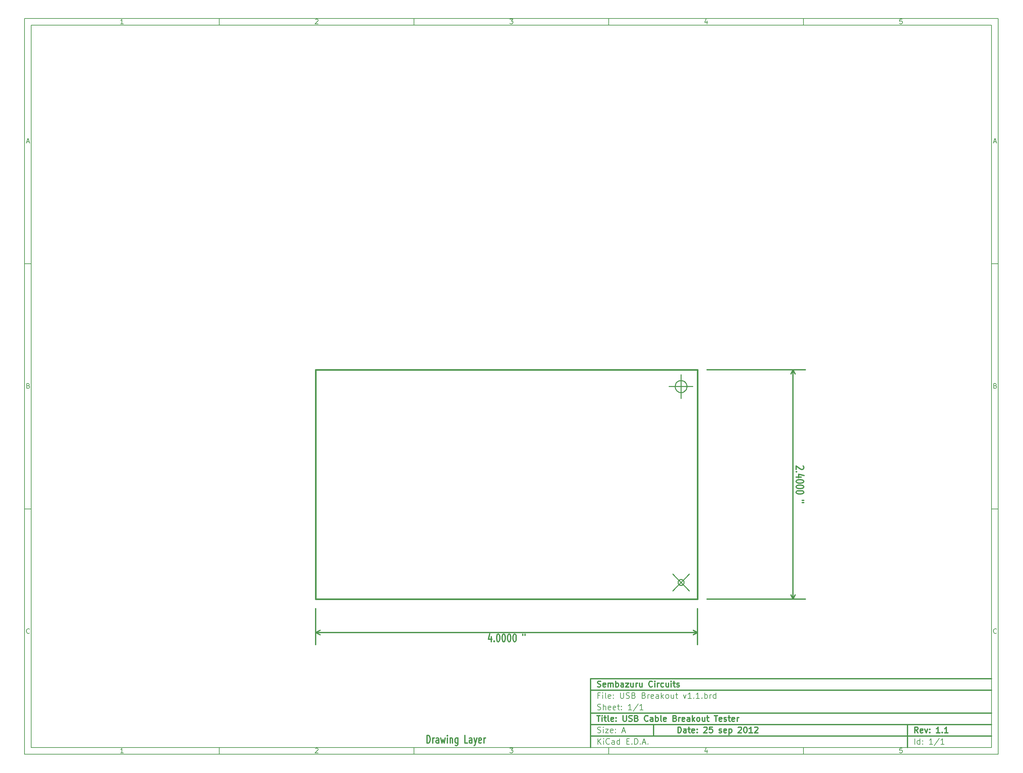
<source format=gbr>
G04 (created by PCBNEW-RS274X (2012-01-19 BZR 3256)-stable) date 25/09/2012 17:33:03*
G01*
G70*
G90*
%MOIN*%
G04 Gerber Fmt 3.4, Leading zero omitted, Abs format*
%FSLAX34Y34*%
G04 APERTURE LIST*
%ADD10C,0.006000*%
%ADD11C,0.012000*%
%ADD12C,0.010000*%
%ADD13C,0.015000*%
G04 APERTURE END LIST*
G54D10*
X-30500Y36750D02*
X71500Y36750D01*
X71500Y-40250D01*
X-30500Y-40250D01*
X-30500Y36750D01*
X-29800Y36050D02*
X70800Y36050D01*
X70800Y-39550D01*
X-29800Y-39550D01*
X-29800Y36050D01*
X-10100Y36750D02*
X-10100Y36050D01*
X-20157Y36198D02*
X-20443Y36198D01*
X-20300Y36198D02*
X-20300Y36698D01*
X-20348Y36626D01*
X-20395Y36579D01*
X-20443Y36555D01*
X-10100Y-40250D02*
X-10100Y-39550D01*
X-20157Y-40102D02*
X-20443Y-40102D01*
X-20300Y-40102D02*
X-20300Y-39602D01*
X-20348Y-39674D01*
X-20395Y-39721D01*
X-20443Y-39745D01*
X10300Y36750D02*
X10300Y36050D01*
X-00043Y36650D02*
X-00019Y36674D01*
X00029Y36698D01*
X00148Y36698D01*
X00195Y36674D01*
X00219Y36650D01*
X00243Y36602D01*
X00243Y36555D01*
X00219Y36483D01*
X-00067Y36198D01*
X00243Y36198D01*
X10300Y-40250D02*
X10300Y-39550D01*
X-00043Y-39650D02*
X-00019Y-39626D01*
X00029Y-39602D01*
X00148Y-39602D01*
X00195Y-39626D01*
X00219Y-39650D01*
X00243Y-39698D01*
X00243Y-39745D01*
X00219Y-39817D01*
X-00067Y-40102D01*
X00243Y-40102D01*
X30700Y36750D02*
X30700Y36050D01*
X20333Y36698D02*
X20643Y36698D01*
X20476Y36507D01*
X20548Y36507D01*
X20595Y36483D01*
X20619Y36460D01*
X20643Y36412D01*
X20643Y36293D01*
X20619Y36245D01*
X20595Y36221D01*
X20548Y36198D01*
X20405Y36198D01*
X20357Y36221D01*
X20333Y36245D01*
X30700Y-40250D02*
X30700Y-39550D01*
X20333Y-39602D02*
X20643Y-39602D01*
X20476Y-39793D01*
X20548Y-39793D01*
X20595Y-39817D01*
X20619Y-39840D01*
X20643Y-39888D01*
X20643Y-40007D01*
X20619Y-40055D01*
X20595Y-40079D01*
X20548Y-40102D01*
X20405Y-40102D01*
X20357Y-40079D01*
X20333Y-40055D01*
X51100Y36750D02*
X51100Y36050D01*
X40995Y36531D02*
X40995Y36198D01*
X40876Y36721D02*
X40757Y36364D01*
X41067Y36364D01*
X51100Y-40250D02*
X51100Y-39550D01*
X40995Y-39769D02*
X40995Y-40102D01*
X40876Y-39579D02*
X40757Y-39936D01*
X41067Y-39936D01*
X61419Y36698D02*
X61181Y36698D01*
X61157Y36460D01*
X61181Y36483D01*
X61229Y36507D01*
X61348Y36507D01*
X61395Y36483D01*
X61419Y36460D01*
X61443Y36412D01*
X61443Y36293D01*
X61419Y36245D01*
X61395Y36221D01*
X61348Y36198D01*
X61229Y36198D01*
X61181Y36221D01*
X61157Y36245D01*
X61419Y-39602D02*
X61181Y-39602D01*
X61157Y-39840D01*
X61181Y-39817D01*
X61229Y-39793D01*
X61348Y-39793D01*
X61395Y-39817D01*
X61419Y-39840D01*
X61443Y-39888D01*
X61443Y-40007D01*
X61419Y-40055D01*
X61395Y-40079D01*
X61348Y-40102D01*
X61229Y-40102D01*
X61181Y-40079D01*
X61157Y-40055D01*
X-30500Y11090D02*
X-29800Y11090D01*
X-30269Y23860D02*
X-30031Y23860D01*
X-30316Y23718D02*
X-30150Y24218D01*
X-29983Y23718D01*
X71500Y11090D02*
X70800Y11090D01*
X71031Y23860D02*
X71269Y23860D01*
X70984Y23718D02*
X71150Y24218D01*
X71317Y23718D01*
X-30500Y-14570D02*
X-29800Y-14570D01*
X-30114Y-01680D02*
X-30043Y-01704D01*
X-30019Y-01728D01*
X-29995Y-01776D01*
X-29995Y-01847D01*
X-30019Y-01895D01*
X-30043Y-01919D01*
X-30090Y-01942D01*
X-30281Y-01942D01*
X-30281Y-01442D01*
X-30114Y-01442D01*
X-30067Y-01466D01*
X-30043Y-01490D01*
X-30019Y-01538D01*
X-30019Y-01585D01*
X-30043Y-01633D01*
X-30067Y-01657D01*
X-30114Y-01680D01*
X-30281Y-01680D01*
X71500Y-14570D02*
X70800Y-14570D01*
X71186Y-01680D02*
X71257Y-01704D01*
X71281Y-01728D01*
X71305Y-01776D01*
X71305Y-01847D01*
X71281Y-01895D01*
X71257Y-01919D01*
X71210Y-01942D01*
X71019Y-01942D01*
X71019Y-01442D01*
X71186Y-01442D01*
X71233Y-01466D01*
X71257Y-01490D01*
X71281Y-01538D01*
X71281Y-01585D01*
X71257Y-01633D01*
X71233Y-01657D01*
X71186Y-01680D01*
X71019Y-01680D01*
X-29995Y-27555D02*
X-30019Y-27579D01*
X-30090Y-27602D01*
X-30138Y-27602D01*
X-30210Y-27579D01*
X-30257Y-27531D01*
X-30281Y-27483D01*
X-30305Y-27388D01*
X-30305Y-27317D01*
X-30281Y-27221D01*
X-30257Y-27174D01*
X-30210Y-27126D01*
X-30138Y-27102D01*
X-30090Y-27102D01*
X-30019Y-27126D01*
X-29995Y-27150D01*
X71305Y-27555D02*
X71281Y-27579D01*
X71210Y-27602D01*
X71162Y-27602D01*
X71090Y-27579D01*
X71043Y-27531D01*
X71019Y-27483D01*
X70995Y-27388D01*
X70995Y-27317D01*
X71019Y-27221D01*
X71043Y-27174D01*
X71090Y-27126D01*
X71162Y-27102D01*
X71210Y-27102D01*
X71281Y-27126D01*
X71305Y-27150D01*
G54D11*
X37943Y-37993D02*
X37943Y-37393D01*
X38086Y-37393D01*
X38171Y-37421D01*
X38229Y-37479D01*
X38257Y-37536D01*
X38286Y-37650D01*
X38286Y-37736D01*
X38257Y-37850D01*
X38229Y-37907D01*
X38171Y-37964D01*
X38086Y-37993D01*
X37943Y-37993D01*
X38800Y-37993D02*
X38800Y-37679D01*
X38771Y-37621D01*
X38714Y-37593D01*
X38600Y-37593D01*
X38543Y-37621D01*
X38800Y-37964D02*
X38743Y-37993D01*
X38600Y-37993D01*
X38543Y-37964D01*
X38514Y-37907D01*
X38514Y-37850D01*
X38543Y-37793D01*
X38600Y-37764D01*
X38743Y-37764D01*
X38800Y-37736D01*
X39000Y-37593D02*
X39229Y-37593D01*
X39086Y-37393D02*
X39086Y-37907D01*
X39114Y-37964D01*
X39172Y-37993D01*
X39229Y-37993D01*
X39657Y-37964D02*
X39600Y-37993D01*
X39486Y-37993D01*
X39429Y-37964D01*
X39400Y-37907D01*
X39400Y-37679D01*
X39429Y-37621D01*
X39486Y-37593D01*
X39600Y-37593D01*
X39657Y-37621D01*
X39686Y-37679D01*
X39686Y-37736D01*
X39400Y-37793D01*
X39943Y-37936D02*
X39971Y-37964D01*
X39943Y-37993D01*
X39914Y-37964D01*
X39943Y-37936D01*
X39943Y-37993D01*
X39943Y-37621D02*
X39971Y-37650D01*
X39943Y-37679D01*
X39914Y-37650D01*
X39943Y-37621D01*
X39943Y-37679D01*
X40657Y-37450D02*
X40686Y-37421D01*
X40743Y-37393D01*
X40886Y-37393D01*
X40943Y-37421D01*
X40972Y-37450D01*
X41000Y-37507D01*
X41000Y-37564D01*
X40972Y-37650D01*
X40629Y-37993D01*
X41000Y-37993D01*
X41543Y-37393D02*
X41257Y-37393D01*
X41228Y-37679D01*
X41257Y-37650D01*
X41314Y-37621D01*
X41457Y-37621D01*
X41514Y-37650D01*
X41543Y-37679D01*
X41571Y-37736D01*
X41571Y-37879D01*
X41543Y-37936D01*
X41514Y-37964D01*
X41457Y-37993D01*
X41314Y-37993D01*
X41257Y-37964D01*
X41228Y-37936D01*
X42256Y-37964D02*
X42313Y-37993D01*
X42428Y-37993D01*
X42485Y-37964D01*
X42513Y-37907D01*
X42513Y-37879D01*
X42485Y-37821D01*
X42428Y-37793D01*
X42342Y-37793D01*
X42285Y-37764D01*
X42256Y-37707D01*
X42256Y-37679D01*
X42285Y-37621D01*
X42342Y-37593D01*
X42428Y-37593D01*
X42485Y-37621D01*
X42999Y-37964D02*
X42942Y-37993D01*
X42828Y-37993D01*
X42771Y-37964D01*
X42742Y-37907D01*
X42742Y-37679D01*
X42771Y-37621D01*
X42828Y-37593D01*
X42942Y-37593D01*
X42999Y-37621D01*
X43028Y-37679D01*
X43028Y-37736D01*
X42742Y-37793D01*
X43285Y-37593D02*
X43285Y-38193D01*
X43285Y-37621D02*
X43342Y-37593D01*
X43456Y-37593D01*
X43513Y-37621D01*
X43542Y-37650D01*
X43571Y-37707D01*
X43571Y-37879D01*
X43542Y-37936D01*
X43513Y-37964D01*
X43456Y-37993D01*
X43342Y-37993D01*
X43285Y-37964D01*
X44256Y-37450D02*
X44285Y-37421D01*
X44342Y-37393D01*
X44485Y-37393D01*
X44542Y-37421D01*
X44571Y-37450D01*
X44599Y-37507D01*
X44599Y-37564D01*
X44571Y-37650D01*
X44228Y-37993D01*
X44599Y-37993D01*
X44970Y-37393D02*
X45027Y-37393D01*
X45084Y-37421D01*
X45113Y-37450D01*
X45142Y-37507D01*
X45170Y-37621D01*
X45170Y-37764D01*
X45142Y-37879D01*
X45113Y-37936D01*
X45084Y-37964D01*
X45027Y-37993D01*
X44970Y-37993D01*
X44913Y-37964D01*
X44884Y-37936D01*
X44856Y-37879D01*
X44827Y-37764D01*
X44827Y-37621D01*
X44856Y-37507D01*
X44884Y-37450D01*
X44913Y-37421D01*
X44970Y-37393D01*
X45741Y-37993D02*
X45398Y-37993D01*
X45570Y-37993D02*
X45570Y-37393D01*
X45513Y-37479D01*
X45455Y-37536D01*
X45398Y-37564D01*
X45969Y-37450D02*
X45998Y-37421D01*
X46055Y-37393D01*
X46198Y-37393D01*
X46255Y-37421D01*
X46284Y-37450D01*
X46312Y-37507D01*
X46312Y-37564D01*
X46284Y-37650D01*
X45941Y-37993D01*
X46312Y-37993D01*
G54D10*
X29543Y-39193D02*
X29543Y-38593D01*
X29886Y-39193D02*
X29629Y-38850D01*
X29886Y-38593D02*
X29543Y-38936D01*
X30143Y-39193D02*
X30143Y-38793D01*
X30143Y-38593D02*
X30114Y-38621D01*
X30143Y-38650D01*
X30171Y-38621D01*
X30143Y-38593D01*
X30143Y-38650D01*
X30772Y-39136D02*
X30743Y-39164D01*
X30657Y-39193D01*
X30600Y-39193D01*
X30515Y-39164D01*
X30457Y-39107D01*
X30429Y-39050D01*
X30400Y-38936D01*
X30400Y-38850D01*
X30429Y-38736D01*
X30457Y-38679D01*
X30515Y-38621D01*
X30600Y-38593D01*
X30657Y-38593D01*
X30743Y-38621D01*
X30772Y-38650D01*
X31286Y-39193D02*
X31286Y-38879D01*
X31257Y-38821D01*
X31200Y-38793D01*
X31086Y-38793D01*
X31029Y-38821D01*
X31286Y-39164D02*
X31229Y-39193D01*
X31086Y-39193D01*
X31029Y-39164D01*
X31000Y-39107D01*
X31000Y-39050D01*
X31029Y-38993D01*
X31086Y-38964D01*
X31229Y-38964D01*
X31286Y-38936D01*
X31829Y-39193D02*
X31829Y-38593D01*
X31829Y-39164D02*
X31772Y-39193D01*
X31658Y-39193D01*
X31600Y-39164D01*
X31572Y-39136D01*
X31543Y-39079D01*
X31543Y-38907D01*
X31572Y-38850D01*
X31600Y-38821D01*
X31658Y-38793D01*
X31772Y-38793D01*
X31829Y-38821D01*
X32572Y-38879D02*
X32772Y-38879D01*
X32858Y-39193D02*
X32572Y-39193D01*
X32572Y-38593D01*
X32858Y-38593D01*
X33115Y-39136D02*
X33143Y-39164D01*
X33115Y-39193D01*
X33086Y-39164D01*
X33115Y-39136D01*
X33115Y-39193D01*
X33401Y-39193D02*
X33401Y-38593D01*
X33544Y-38593D01*
X33629Y-38621D01*
X33687Y-38679D01*
X33715Y-38736D01*
X33744Y-38850D01*
X33744Y-38936D01*
X33715Y-39050D01*
X33687Y-39107D01*
X33629Y-39164D01*
X33544Y-39193D01*
X33401Y-39193D01*
X34001Y-39136D02*
X34029Y-39164D01*
X34001Y-39193D01*
X33972Y-39164D01*
X34001Y-39136D01*
X34001Y-39193D01*
X34258Y-39021D02*
X34544Y-39021D01*
X34201Y-39193D02*
X34401Y-38593D01*
X34601Y-39193D01*
X34801Y-39136D02*
X34829Y-39164D01*
X34801Y-39193D01*
X34772Y-39164D01*
X34801Y-39136D01*
X34801Y-39193D01*
G54D11*
X63086Y-37993D02*
X62886Y-37707D01*
X62743Y-37993D02*
X62743Y-37393D01*
X62971Y-37393D01*
X63029Y-37421D01*
X63057Y-37450D01*
X63086Y-37507D01*
X63086Y-37593D01*
X63057Y-37650D01*
X63029Y-37679D01*
X62971Y-37707D01*
X62743Y-37707D01*
X63571Y-37964D02*
X63514Y-37993D01*
X63400Y-37993D01*
X63343Y-37964D01*
X63314Y-37907D01*
X63314Y-37679D01*
X63343Y-37621D01*
X63400Y-37593D01*
X63514Y-37593D01*
X63571Y-37621D01*
X63600Y-37679D01*
X63600Y-37736D01*
X63314Y-37793D01*
X63800Y-37593D02*
X63943Y-37993D01*
X64085Y-37593D01*
X64314Y-37936D02*
X64342Y-37964D01*
X64314Y-37993D01*
X64285Y-37964D01*
X64314Y-37936D01*
X64314Y-37993D01*
X64314Y-37621D02*
X64342Y-37650D01*
X64314Y-37679D01*
X64285Y-37650D01*
X64314Y-37621D01*
X64314Y-37679D01*
X65371Y-37993D02*
X65028Y-37993D01*
X65200Y-37993D02*
X65200Y-37393D01*
X65143Y-37479D01*
X65085Y-37536D01*
X65028Y-37564D01*
X65628Y-37936D02*
X65656Y-37964D01*
X65628Y-37993D01*
X65599Y-37964D01*
X65628Y-37936D01*
X65628Y-37993D01*
X66228Y-37993D02*
X65885Y-37993D01*
X66057Y-37993D02*
X66057Y-37393D01*
X66000Y-37479D01*
X65942Y-37536D01*
X65885Y-37564D01*
G54D10*
X29514Y-37964D02*
X29600Y-37993D01*
X29743Y-37993D01*
X29800Y-37964D01*
X29829Y-37936D01*
X29857Y-37879D01*
X29857Y-37821D01*
X29829Y-37764D01*
X29800Y-37736D01*
X29743Y-37707D01*
X29629Y-37679D01*
X29571Y-37650D01*
X29543Y-37621D01*
X29514Y-37564D01*
X29514Y-37507D01*
X29543Y-37450D01*
X29571Y-37421D01*
X29629Y-37393D01*
X29771Y-37393D01*
X29857Y-37421D01*
X30114Y-37993D02*
X30114Y-37593D01*
X30114Y-37393D02*
X30085Y-37421D01*
X30114Y-37450D01*
X30142Y-37421D01*
X30114Y-37393D01*
X30114Y-37450D01*
X30343Y-37593D02*
X30657Y-37593D01*
X30343Y-37993D01*
X30657Y-37993D01*
X31114Y-37964D02*
X31057Y-37993D01*
X30943Y-37993D01*
X30886Y-37964D01*
X30857Y-37907D01*
X30857Y-37679D01*
X30886Y-37621D01*
X30943Y-37593D01*
X31057Y-37593D01*
X31114Y-37621D01*
X31143Y-37679D01*
X31143Y-37736D01*
X30857Y-37793D01*
X31400Y-37936D02*
X31428Y-37964D01*
X31400Y-37993D01*
X31371Y-37964D01*
X31400Y-37936D01*
X31400Y-37993D01*
X31400Y-37621D02*
X31428Y-37650D01*
X31400Y-37679D01*
X31371Y-37650D01*
X31400Y-37621D01*
X31400Y-37679D01*
X32114Y-37821D02*
X32400Y-37821D01*
X32057Y-37993D02*
X32257Y-37393D01*
X32457Y-37993D01*
X62743Y-39193D02*
X62743Y-38593D01*
X63286Y-39193D02*
X63286Y-38593D01*
X63286Y-39164D02*
X63229Y-39193D01*
X63115Y-39193D01*
X63057Y-39164D01*
X63029Y-39136D01*
X63000Y-39079D01*
X63000Y-38907D01*
X63029Y-38850D01*
X63057Y-38821D01*
X63115Y-38793D01*
X63229Y-38793D01*
X63286Y-38821D01*
X63572Y-39136D02*
X63600Y-39164D01*
X63572Y-39193D01*
X63543Y-39164D01*
X63572Y-39136D01*
X63572Y-39193D01*
X63572Y-38821D02*
X63600Y-38850D01*
X63572Y-38879D01*
X63543Y-38850D01*
X63572Y-38821D01*
X63572Y-38879D01*
X64629Y-39193D02*
X64286Y-39193D01*
X64458Y-39193D02*
X64458Y-38593D01*
X64401Y-38679D01*
X64343Y-38736D01*
X64286Y-38764D01*
X65314Y-38564D02*
X64800Y-39336D01*
X65829Y-39193D02*
X65486Y-39193D01*
X65658Y-39193D02*
X65658Y-38593D01*
X65601Y-38679D01*
X65543Y-38736D01*
X65486Y-38764D01*
G54D11*
X29457Y-36193D02*
X29800Y-36193D01*
X29629Y-36793D02*
X29629Y-36193D01*
X30000Y-36793D02*
X30000Y-36393D01*
X30000Y-36193D02*
X29971Y-36221D01*
X30000Y-36250D01*
X30028Y-36221D01*
X30000Y-36193D01*
X30000Y-36250D01*
X30200Y-36393D02*
X30429Y-36393D01*
X30286Y-36193D02*
X30286Y-36707D01*
X30314Y-36764D01*
X30372Y-36793D01*
X30429Y-36793D01*
X30715Y-36793D02*
X30657Y-36764D01*
X30629Y-36707D01*
X30629Y-36193D01*
X31171Y-36764D02*
X31114Y-36793D01*
X31000Y-36793D01*
X30943Y-36764D01*
X30914Y-36707D01*
X30914Y-36479D01*
X30943Y-36421D01*
X31000Y-36393D01*
X31114Y-36393D01*
X31171Y-36421D01*
X31200Y-36479D01*
X31200Y-36536D01*
X30914Y-36593D01*
X31457Y-36736D02*
X31485Y-36764D01*
X31457Y-36793D01*
X31428Y-36764D01*
X31457Y-36736D01*
X31457Y-36793D01*
X31457Y-36421D02*
X31485Y-36450D01*
X31457Y-36479D01*
X31428Y-36450D01*
X31457Y-36421D01*
X31457Y-36479D01*
X32200Y-36193D02*
X32200Y-36679D01*
X32228Y-36736D01*
X32257Y-36764D01*
X32314Y-36793D01*
X32428Y-36793D01*
X32486Y-36764D01*
X32514Y-36736D01*
X32543Y-36679D01*
X32543Y-36193D01*
X32800Y-36764D02*
X32886Y-36793D01*
X33029Y-36793D01*
X33086Y-36764D01*
X33115Y-36736D01*
X33143Y-36679D01*
X33143Y-36621D01*
X33115Y-36564D01*
X33086Y-36536D01*
X33029Y-36507D01*
X32915Y-36479D01*
X32857Y-36450D01*
X32829Y-36421D01*
X32800Y-36364D01*
X32800Y-36307D01*
X32829Y-36250D01*
X32857Y-36221D01*
X32915Y-36193D01*
X33057Y-36193D01*
X33143Y-36221D01*
X33600Y-36479D02*
X33686Y-36507D01*
X33714Y-36536D01*
X33743Y-36593D01*
X33743Y-36679D01*
X33714Y-36736D01*
X33686Y-36764D01*
X33628Y-36793D01*
X33400Y-36793D01*
X33400Y-36193D01*
X33600Y-36193D01*
X33657Y-36221D01*
X33686Y-36250D01*
X33714Y-36307D01*
X33714Y-36364D01*
X33686Y-36421D01*
X33657Y-36450D01*
X33600Y-36479D01*
X33400Y-36479D01*
X34800Y-36736D02*
X34771Y-36764D01*
X34685Y-36793D01*
X34628Y-36793D01*
X34543Y-36764D01*
X34485Y-36707D01*
X34457Y-36650D01*
X34428Y-36536D01*
X34428Y-36450D01*
X34457Y-36336D01*
X34485Y-36279D01*
X34543Y-36221D01*
X34628Y-36193D01*
X34685Y-36193D01*
X34771Y-36221D01*
X34800Y-36250D01*
X35314Y-36793D02*
X35314Y-36479D01*
X35285Y-36421D01*
X35228Y-36393D01*
X35114Y-36393D01*
X35057Y-36421D01*
X35314Y-36764D02*
X35257Y-36793D01*
X35114Y-36793D01*
X35057Y-36764D01*
X35028Y-36707D01*
X35028Y-36650D01*
X35057Y-36593D01*
X35114Y-36564D01*
X35257Y-36564D01*
X35314Y-36536D01*
X35600Y-36793D02*
X35600Y-36193D01*
X35600Y-36421D02*
X35657Y-36393D01*
X35771Y-36393D01*
X35828Y-36421D01*
X35857Y-36450D01*
X35886Y-36507D01*
X35886Y-36679D01*
X35857Y-36736D01*
X35828Y-36764D01*
X35771Y-36793D01*
X35657Y-36793D01*
X35600Y-36764D01*
X36229Y-36793D02*
X36171Y-36764D01*
X36143Y-36707D01*
X36143Y-36193D01*
X36685Y-36764D02*
X36628Y-36793D01*
X36514Y-36793D01*
X36457Y-36764D01*
X36428Y-36707D01*
X36428Y-36479D01*
X36457Y-36421D01*
X36514Y-36393D01*
X36628Y-36393D01*
X36685Y-36421D01*
X36714Y-36479D01*
X36714Y-36536D01*
X36428Y-36593D01*
X37628Y-36479D02*
X37714Y-36507D01*
X37742Y-36536D01*
X37771Y-36593D01*
X37771Y-36679D01*
X37742Y-36736D01*
X37714Y-36764D01*
X37656Y-36793D01*
X37428Y-36793D01*
X37428Y-36193D01*
X37628Y-36193D01*
X37685Y-36221D01*
X37714Y-36250D01*
X37742Y-36307D01*
X37742Y-36364D01*
X37714Y-36421D01*
X37685Y-36450D01*
X37628Y-36479D01*
X37428Y-36479D01*
X38028Y-36793D02*
X38028Y-36393D01*
X38028Y-36507D02*
X38056Y-36450D01*
X38085Y-36421D01*
X38142Y-36393D01*
X38199Y-36393D01*
X38627Y-36764D02*
X38570Y-36793D01*
X38456Y-36793D01*
X38399Y-36764D01*
X38370Y-36707D01*
X38370Y-36479D01*
X38399Y-36421D01*
X38456Y-36393D01*
X38570Y-36393D01*
X38627Y-36421D01*
X38656Y-36479D01*
X38656Y-36536D01*
X38370Y-36593D01*
X39170Y-36793D02*
X39170Y-36479D01*
X39141Y-36421D01*
X39084Y-36393D01*
X38970Y-36393D01*
X38913Y-36421D01*
X39170Y-36764D02*
X39113Y-36793D01*
X38970Y-36793D01*
X38913Y-36764D01*
X38884Y-36707D01*
X38884Y-36650D01*
X38913Y-36593D01*
X38970Y-36564D01*
X39113Y-36564D01*
X39170Y-36536D01*
X39456Y-36793D02*
X39456Y-36193D01*
X39513Y-36564D02*
X39684Y-36793D01*
X39684Y-36393D02*
X39456Y-36621D01*
X40028Y-36793D02*
X39970Y-36764D01*
X39942Y-36736D01*
X39913Y-36679D01*
X39913Y-36507D01*
X39942Y-36450D01*
X39970Y-36421D01*
X40028Y-36393D01*
X40113Y-36393D01*
X40170Y-36421D01*
X40199Y-36450D01*
X40228Y-36507D01*
X40228Y-36679D01*
X40199Y-36736D01*
X40170Y-36764D01*
X40113Y-36793D01*
X40028Y-36793D01*
X40742Y-36393D02*
X40742Y-36793D01*
X40485Y-36393D02*
X40485Y-36707D01*
X40513Y-36764D01*
X40571Y-36793D01*
X40656Y-36793D01*
X40713Y-36764D01*
X40742Y-36736D01*
X40942Y-36393D02*
X41171Y-36393D01*
X41028Y-36193D02*
X41028Y-36707D01*
X41056Y-36764D01*
X41114Y-36793D01*
X41171Y-36793D01*
X41742Y-36193D02*
X42085Y-36193D01*
X41914Y-36793D02*
X41914Y-36193D01*
X42513Y-36764D02*
X42456Y-36793D01*
X42342Y-36793D01*
X42285Y-36764D01*
X42256Y-36707D01*
X42256Y-36479D01*
X42285Y-36421D01*
X42342Y-36393D01*
X42456Y-36393D01*
X42513Y-36421D01*
X42542Y-36479D01*
X42542Y-36536D01*
X42256Y-36593D01*
X42770Y-36764D02*
X42827Y-36793D01*
X42942Y-36793D01*
X42999Y-36764D01*
X43027Y-36707D01*
X43027Y-36679D01*
X42999Y-36621D01*
X42942Y-36593D01*
X42856Y-36593D01*
X42799Y-36564D01*
X42770Y-36507D01*
X42770Y-36479D01*
X42799Y-36421D01*
X42856Y-36393D01*
X42942Y-36393D01*
X42999Y-36421D01*
X43199Y-36393D02*
X43428Y-36393D01*
X43285Y-36193D02*
X43285Y-36707D01*
X43313Y-36764D01*
X43371Y-36793D01*
X43428Y-36793D01*
X43856Y-36764D02*
X43799Y-36793D01*
X43685Y-36793D01*
X43628Y-36764D01*
X43599Y-36707D01*
X43599Y-36479D01*
X43628Y-36421D01*
X43685Y-36393D01*
X43799Y-36393D01*
X43856Y-36421D01*
X43885Y-36479D01*
X43885Y-36536D01*
X43599Y-36593D01*
X44142Y-36793D02*
X44142Y-36393D01*
X44142Y-36507D02*
X44170Y-36450D01*
X44199Y-36421D01*
X44256Y-36393D01*
X44313Y-36393D01*
G54D10*
X29743Y-34079D02*
X29543Y-34079D01*
X29543Y-34393D02*
X29543Y-33793D01*
X29829Y-33793D01*
X30057Y-34393D02*
X30057Y-33993D01*
X30057Y-33793D02*
X30028Y-33821D01*
X30057Y-33850D01*
X30085Y-33821D01*
X30057Y-33793D01*
X30057Y-33850D01*
X30429Y-34393D02*
X30371Y-34364D01*
X30343Y-34307D01*
X30343Y-33793D01*
X30885Y-34364D02*
X30828Y-34393D01*
X30714Y-34393D01*
X30657Y-34364D01*
X30628Y-34307D01*
X30628Y-34079D01*
X30657Y-34021D01*
X30714Y-33993D01*
X30828Y-33993D01*
X30885Y-34021D01*
X30914Y-34079D01*
X30914Y-34136D01*
X30628Y-34193D01*
X31171Y-34336D02*
X31199Y-34364D01*
X31171Y-34393D01*
X31142Y-34364D01*
X31171Y-34336D01*
X31171Y-34393D01*
X31171Y-34021D02*
X31199Y-34050D01*
X31171Y-34079D01*
X31142Y-34050D01*
X31171Y-34021D01*
X31171Y-34079D01*
X31914Y-33793D02*
X31914Y-34279D01*
X31942Y-34336D01*
X31971Y-34364D01*
X32028Y-34393D01*
X32142Y-34393D01*
X32200Y-34364D01*
X32228Y-34336D01*
X32257Y-34279D01*
X32257Y-33793D01*
X32514Y-34364D02*
X32600Y-34393D01*
X32743Y-34393D01*
X32800Y-34364D01*
X32829Y-34336D01*
X32857Y-34279D01*
X32857Y-34221D01*
X32829Y-34164D01*
X32800Y-34136D01*
X32743Y-34107D01*
X32629Y-34079D01*
X32571Y-34050D01*
X32543Y-34021D01*
X32514Y-33964D01*
X32514Y-33907D01*
X32543Y-33850D01*
X32571Y-33821D01*
X32629Y-33793D01*
X32771Y-33793D01*
X32857Y-33821D01*
X33314Y-34079D02*
X33400Y-34107D01*
X33428Y-34136D01*
X33457Y-34193D01*
X33457Y-34279D01*
X33428Y-34336D01*
X33400Y-34364D01*
X33342Y-34393D01*
X33114Y-34393D01*
X33114Y-33793D01*
X33314Y-33793D01*
X33371Y-33821D01*
X33400Y-33850D01*
X33428Y-33907D01*
X33428Y-33964D01*
X33400Y-34021D01*
X33371Y-34050D01*
X33314Y-34079D01*
X33114Y-34079D01*
X34371Y-34079D02*
X34457Y-34107D01*
X34485Y-34136D01*
X34514Y-34193D01*
X34514Y-34279D01*
X34485Y-34336D01*
X34457Y-34364D01*
X34399Y-34393D01*
X34171Y-34393D01*
X34171Y-33793D01*
X34371Y-33793D01*
X34428Y-33821D01*
X34457Y-33850D01*
X34485Y-33907D01*
X34485Y-33964D01*
X34457Y-34021D01*
X34428Y-34050D01*
X34371Y-34079D01*
X34171Y-34079D01*
X34771Y-34393D02*
X34771Y-33993D01*
X34771Y-34107D02*
X34799Y-34050D01*
X34828Y-34021D01*
X34885Y-33993D01*
X34942Y-33993D01*
X35370Y-34364D02*
X35313Y-34393D01*
X35199Y-34393D01*
X35142Y-34364D01*
X35113Y-34307D01*
X35113Y-34079D01*
X35142Y-34021D01*
X35199Y-33993D01*
X35313Y-33993D01*
X35370Y-34021D01*
X35399Y-34079D01*
X35399Y-34136D01*
X35113Y-34193D01*
X35913Y-34393D02*
X35913Y-34079D01*
X35884Y-34021D01*
X35827Y-33993D01*
X35713Y-33993D01*
X35656Y-34021D01*
X35913Y-34364D02*
X35856Y-34393D01*
X35713Y-34393D01*
X35656Y-34364D01*
X35627Y-34307D01*
X35627Y-34250D01*
X35656Y-34193D01*
X35713Y-34164D01*
X35856Y-34164D01*
X35913Y-34136D01*
X36199Y-34393D02*
X36199Y-33793D01*
X36256Y-34164D02*
X36427Y-34393D01*
X36427Y-33993D02*
X36199Y-34221D01*
X36771Y-34393D02*
X36713Y-34364D01*
X36685Y-34336D01*
X36656Y-34279D01*
X36656Y-34107D01*
X36685Y-34050D01*
X36713Y-34021D01*
X36771Y-33993D01*
X36856Y-33993D01*
X36913Y-34021D01*
X36942Y-34050D01*
X36971Y-34107D01*
X36971Y-34279D01*
X36942Y-34336D01*
X36913Y-34364D01*
X36856Y-34393D01*
X36771Y-34393D01*
X37485Y-33993D02*
X37485Y-34393D01*
X37228Y-33993D02*
X37228Y-34307D01*
X37256Y-34364D01*
X37314Y-34393D01*
X37399Y-34393D01*
X37456Y-34364D01*
X37485Y-34336D01*
X37685Y-33993D02*
X37914Y-33993D01*
X37771Y-33793D02*
X37771Y-34307D01*
X37799Y-34364D01*
X37857Y-34393D01*
X37914Y-34393D01*
X38514Y-33993D02*
X38657Y-34393D01*
X38799Y-33993D01*
X39342Y-34393D02*
X38999Y-34393D01*
X39171Y-34393D02*
X39171Y-33793D01*
X39114Y-33879D01*
X39056Y-33936D01*
X38999Y-33964D01*
X39599Y-34336D02*
X39627Y-34364D01*
X39599Y-34393D01*
X39570Y-34364D01*
X39599Y-34336D01*
X39599Y-34393D01*
X40199Y-34393D02*
X39856Y-34393D01*
X40028Y-34393D02*
X40028Y-33793D01*
X39971Y-33879D01*
X39913Y-33936D01*
X39856Y-33964D01*
X40456Y-34336D02*
X40484Y-34364D01*
X40456Y-34393D01*
X40427Y-34364D01*
X40456Y-34336D01*
X40456Y-34393D01*
X40742Y-34393D02*
X40742Y-33793D01*
X40742Y-34021D02*
X40799Y-33993D01*
X40913Y-33993D01*
X40970Y-34021D01*
X40999Y-34050D01*
X41028Y-34107D01*
X41028Y-34279D01*
X40999Y-34336D01*
X40970Y-34364D01*
X40913Y-34393D01*
X40799Y-34393D01*
X40742Y-34364D01*
X41285Y-34393D02*
X41285Y-33993D01*
X41285Y-34107D02*
X41313Y-34050D01*
X41342Y-34021D01*
X41399Y-33993D01*
X41456Y-33993D01*
X41913Y-34393D02*
X41913Y-33793D01*
X41913Y-34364D02*
X41856Y-34393D01*
X41742Y-34393D01*
X41684Y-34364D01*
X41656Y-34336D01*
X41627Y-34279D01*
X41627Y-34107D01*
X41656Y-34050D01*
X41684Y-34021D01*
X41742Y-33993D01*
X41856Y-33993D01*
X41913Y-34021D01*
X29514Y-35564D02*
X29600Y-35593D01*
X29743Y-35593D01*
X29800Y-35564D01*
X29829Y-35536D01*
X29857Y-35479D01*
X29857Y-35421D01*
X29829Y-35364D01*
X29800Y-35336D01*
X29743Y-35307D01*
X29629Y-35279D01*
X29571Y-35250D01*
X29543Y-35221D01*
X29514Y-35164D01*
X29514Y-35107D01*
X29543Y-35050D01*
X29571Y-35021D01*
X29629Y-34993D01*
X29771Y-34993D01*
X29857Y-35021D01*
X30114Y-35593D02*
X30114Y-34993D01*
X30371Y-35593D02*
X30371Y-35279D01*
X30342Y-35221D01*
X30285Y-35193D01*
X30200Y-35193D01*
X30142Y-35221D01*
X30114Y-35250D01*
X30885Y-35564D02*
X30828Y-35593D01*
X30714Y-35593D01*
X30657Y-35564D01*
X30628Y-35507D01*
X30628Y-35279D01*
X30657Y-35221D01*
X30714Y-35193D01*
X30828Y-35193D01*
X30885Y-35221D01*
X30914Y-35279D01*
X30914Y-35336D01*
X30628Y-35393D01*
X31399Y-35564D02*
X31342Y-35593D01*
X31228Y-35593D01*
X31171Y-35564D01*
X31142Y-35507D01*
X31142Y-35279D01*
X31171Y-35221D01*
X31228Y-35193D01*
X31342Y-35193D01*
X31399Y-35221D01*
X31428Y-35279D01*
X31428Y-35336D01*
X31142Y-35393D01*
X31599Y-35193D02*
X31828Y-35193D01*
X31685Y-34993D02*
X31685Y-35507D01*
X31713Y-35564D01*
X31771Y-35593D01*
X31828Y-35593D01*
X32028Y-35536D02*
X32056Y-35564D01*
X32028Y-35593D01*
X31999Y-35564D01*
X32028Y-35536D01*
X32028Y-35593D01*
X32028Y-35221D02*
X32056Y-35250D01*
X32028Y-35279D01*
X31999Y-35250D01*
X32028Y-35221D01*
X32028Y-35279D01*
X33085Y-35593D02*
X32742Y-35593D01*
X32914Y-35593D02*
X32914Y-34993D01*
X32857Y-35079D01*
X32799Y-35136D01*
X32742Y-35164D01*
X33770Y-34964D02*
X33256Y-35736D01*
X34285Y-35593D02*
X33942Y-35593D01*
X34114Y-35593D02*
X34114Y-34993D01*
X34057Y-35079D01*
X33999Y-35136D01*
X33942Y-35164D01*
G54D11*
X29514Y-33164D02*
X29600Y-33193D01*
X29743Y-33193D01*
X29800Y-33164D01*
X29829Y-33136D01*
X29857Y-33079D01*
X29857Y-33021D01*
X29829Y-32964D01*
X29800Y-32936D01*
X29743Y-32907D01*
X29629Y-32879D01*
X29571Y-32850D01*
X29543Y-32821D01*
X29514Y-32764D01*
X29514Y-32707D01*
X29543Y-32650D01*
X29571Y-32621D01*
X29629Y-32593D01*
X29771Y-32593D01*
X29857Y-32621D01*
X30342Y-33164D02*
X30285Y-33193D01*
X30171Y-33193D01*
X30114Y-33164D01*
X30085Y-33107D01*
X30085Y-32879D01*
X30114Y-32821D01*
X30171Y-32793D01*
X30285Y-32793D01*
X30342Y-32821D01*
X30371Y-32879D01*
X30371Y-32936D01*
X30085Y-32993D01*
X30628Y-33193D02*
X30628Y-32793D01*
X30628Y-32850D02*
X30656Y-32821D01*
X30714Y-32793D01*
X30799Y-32793D01*
X30856Y-32821D01*
X30885Y-32879D01*
X30885Y-33193D01*
X30885Y-32879D02*
X30914Y-32821D01*
X30971Y-32793D01*
X31056Y-32793D01*
X31114Y-32821D01*
X31142Y-32879D01*
X31142Y-33193D01*
X31428Y-33193D02*
X31428Y-32593D01*
X31428Y-32821D02*
X31485Y-32793D01*
X31599Y-32793D01*
X31656Y-32821D01*
X31685Y-32850D01*
X31714Y-32907D01*
X31714Y-33079D01*
X31685Y-33136D01*
X31656Y-33164D01*
X31599Y-33193D01*
X31485Y-33193D01*
X31428Y-33164D01*
X32228Y-33193D02*
X32228Y-32879D01*
X32199Y-32821D01*
X32142Y-32793D01*
X32028Y-32793D01*
X31971Y-32821D01*
X32228Y-33164D02*
X32171Y-33193D01*
X32028Y-33193D01*
X31971Y-33164D01*
X31942Y-33107D01*
X31942Y-33050D01*
X31971Y-32993D01*
X32028Y-32964D01*
X32171Y-32964D01*
X32228Y-32936D01*
X32457Y-32793D02*
X32771Y-32793D01*
X32457Y-33193D01*
X32771Y-33193D01*
X33257Y-32793D02*
X33257Y-33193D01*
X33000Y-32793D02*
X33000Y-33107D01*
X33028Y-33164D01*
X33086Y-33193D01*
X33171Y-33193D01*
X33228Y-33164D01*
X33257Y-33136D01*
X33543Y-33193D02*
X33543Y-32793D01*
X33543Y-32907D02*
X33571Y-32850D01*
X33600Y-32821D01*
X33657Y-32793D01*
X33714Y-32793D01*
X34171Y-32793D02*
X34171Y-33193D01*
X33914Y-32793D02*
X33914Y-33107D01*
X33942Y-33164D01*
X34000Y-33193D01*
X34085Y-33193D01*
X34142Y-33164D01*
X34171Y-33136D01*
X35257Y-33136D02*
X35228Y-33164D01*
X35142Y-33193D01*
X35085Y-33193D01*
X35000Y-33164D01*
X34942Y-33107D01*
X34914Y-33050D01*
X34885Y-32936D01*
X34885Y-32850D01*
X34914Y-32736D01*
X34942Y-32679D01*
X35000Y-32621D01*
X35085Y-32593D01*
X35142Y-32593D01*
X35228Y-32621D01*
X35257Y-32650D01*
X35514Y-33193D02*
X35514Y-32793D01*
X35514Y-32593D02*
X35485Y-32621D01*
X35514Y-32650D01*
X35542Y-32621D01*
X35514Y-32593D01*
X35514Y-32650D01*
X35800Y-33193D02*
X35800Y-32793D01*
X35800Y-32907D02*
X35828Y-32850D01*
X35857Y-32821D01*
X35914Y-32793D01*
X35971Y-32793D01*
X36428Y-33164D02*
X36371Y-33193D01*
X36257Y-33193D01*
X36199Y-33164D01*
X36171Y-33136D01*
X36142Y-33079D01*
X36142Y-32907D01*
X36171Y-32850D01*
X36199Y-32821D01*
X36257Y-32793D01*
X36371Y-32793D01*
X36428Y-32821D01*
X36942Y-32793D02*
X36942Y-33193D01*
X36685Y-32793D02*
X36685Y-33107D01*
X36713Y-33164D01*
X36771Y-33193D01*
X36856Y-33193D01*
X36913Y-33164D01*
X36942Y-33136D01*
X37228Y-33193D02*
X37228Y-32793D01*
X37228Y-32593D02*
X37199Y-32621D01*
X37228Y-32650D01*
X37256Y-32621D01*
X37228Y-32593D01*
X37228Y-32650D01*
X37428Y-32793D02*
X37657Y-32793D01*
X37514Y-32593D02*
X37514Y-33107D01*
X37542Y-33164D01*
X37600Y-33193D01*
X37657Y-33193D01*
X37828Y-33164D02*
X37885Y-33193D01*
X38000Y-33193D01*
X38057Y-33164D01*
X38085Y-33107D01*
X38085Y-33079D01*
X38057Y-33021D01*
X38000Y-32993D01*
X37914Y-32993D01*
X37857Y-32964D01*
X37828Y-32907D01*
X37828Y-32879D01*
X37857Y-32821D01*
X37914Y-32793D01*
X38000Y-32793D01*
X38057Y-32821D01*
X28800Y-32350D02*
X28800Y-39550D01*
X28800Y-33550D02*
X70800Y-33550D01*
X28800Y-32350D02*
X70800Y-32350D01*
X28800Y-35950D02*
X70800Y-35950D01*
X62000Y-37150D02*
X62000Y-39550D01*
X28800Y-38350D02*
X70800Y-38350D01*
X28800Y-37150D02*
X70800Y-37150D01*
X35400Y-37150D02*
X35400Y-38350D01*
X11643Y-39074D02*
X11643Y-38274D01*
X11786Y-38274D01*
X11871Y-38312D01*
X11929Y-38388D01*
X11957Y-38464D01*
X11986Y-38617D01*
X11986Y-38731D01*
X11957Y-38883D01*
X11929Y-38960D01*
X11871Y-39036D01*
X11786Y-39074D01*
X11643Y-39074D01*
X12243Y-39074D02*
X12243Y-38540D01*
X12243Y-38693D02*
X12271Y-38617D01*
X12300Y-38579D01*
X12357Y-38540D01*
X12414Y-38540D01*
X12871Y-39074D02*
X12871Y-38655D01*
X12842Y-38579D01*
X12785Y-38540D01*
X12671Y-38540D01*
X12614Y-38579D01*
X12871Y-39036D02*
X12814Y-39074D01*
X12671Y-39074D01*
X12614Y-39036D01*
X12585Y-38960D01*
X12585Y-38883D01*
X12614Y-38807D01*
X12671Y-38769D01*
X12814Y-38769D01*
X12871Y-38731D01*
X13100Y-38540D02*
X13214Y-39074D01*
X13328Y-38693D01*
X13443Y-39074D01*
X13557Y-38540D01*
X13786Y-39074D02*
X13786Y-38540D01*
X13786Y-38274D02*
X13757Y-38312D01*
X13786Y-38350D01*
X13814Y-38312D01*
X13786Y-38274D01*
X13786Y-38350D01*
X14072Y-38540D02*
X14072Y-39074D01*
X14072Y-38617D02*
X14100Y-38579D01*
X14158Y-38540D01*
X14243Y-38540D01*
X14300Y-38579D01*
X14329Y-38655D01*
X14329Y-39074D01*
X14872Y-38540D02*
X14872Y-39188D01*
X14843Y-39264D01*
X14815Y-39302D01*
X14758Y-39340D01*
X14672Y-39340D01*
X14615Y-39302D01*
X14872Y-39036D02*
X14815Y-39074D01*
X14701Y-39074D01*
X14643Y-39036D01*
X14615Y-38998D01*
X14586Y-38921D01*
X14586Y-38693D01*
X14615Y-38617D01*
X14643Y-38579D01*
X14701Y-38540D01*
X14815Y-38540D01*
X14872Y-38579D01*
X15901Y-39074D02*
X15615Y-39074D01*
X15615Y-38274D01*
X16358Y-39074D02*
X16358Y-38655D01*
X16329Y-38579D01*
X16272Y-38540D01*
X16158Y-38540D01*
X16101Y-38579D01*
X16358Y-39036D02*
X16301Y-39074D01*
X16158Y-39074D01*
X16101Y-39036D01*
X16072Y-38960D01*
X16072Y-38883D01*
X16101Y-38807D01*
X16158Y-38769D01*
X16301Y-38769D01*
X16358Y-38731D01*
X16587Y-38540D02*
X16730Y-39074D01*
X16872Y-38540D02*
X16730Y-39074D01*
X16672Y-39264D01*
X16644Y-39302D01*
X16587Y-39340D01*
X17329Y-39036D02*
X17272Y-39074D01*
X17158Y-39074D01*
X17101Y-39036D01*
X17072Y-38960D01*
X17072Y-38655D01*
X17101Y-38579D01*
X17158Y-38540D01*
X17272Y-38540D01*
X17329Y-38579D01*
X17358Y-38655D01*
X17358Y-38731D01*
X17072Y-38807D01*
X17615Y-39074D02*
X17615Y-38540D01*
X17615Y-38693D02*
X17643Y-38617D01*
X17672Y-38579D01*
X17729Y-38540D01*
X17786Y-38540D01*
G54D12*
X38562Y-22250D02*
X38556Y-22310D01*
X38538Y-22368D01*
X38509Y-22422D01*
X38471Y-22469D01*
X38424Y-22508D01*
X38370Y-22537D01*
X38312Y-22555D01*
X38252Y-22561D01*
X38192Y-22556D01*
X38134Y-22539D01*
X38080Y-22511D01*
X38032Y-22472D01*
X37993Y-22426D01*
X37964Y-22372D01*
X37945Y-22314D01*
X37939Y-22254D01*
X37944Y-22194D01*
X37960Y-22136D01*
X37988Y-22081D01*
X38026Y-22034D01*
X38072Y-21994D01*
X38126Y-21965D01*
X38184Y-21946D01*
X38244Y-21939D01*
X38304Y-21943D01*
X38362Y-21960D01*
X38417Y-21987D01*
X38465Y-22025D01*
X38504Y-22071D01*
X38535Y-22124D01*
X38554Y-22181D01*
X38561Y-22242D01*
X38562Y-22250D01*
X37375Y-21375D02*
X39125Y-23125D01*
X37375Y-23125D02*
X39125Y-21375D01*
X38875Y-01750D02*
X38863Y-01871D01*
X38827Y-01988D01*
X38770Y-02095D01*
X38693Y-02190D01*
X38599Y-02268D01*
X38492Y-02326D01*
X38375Y-02362D01*
X38254Y-02374D01*
X38133Y-02363D01*
X38016Y-02329D01*
X37908Y-02272D01*
X37813Y-02196D01*
X37735Y-02103D01*
X37676Y-01996D01*
X37639Y-01879D01*
X37626Y-01758D01*
X37636Y-01638D01*
X37669Y-01520D01*
X37725Y-01412D01*
X37801Y-01316D01*
X37894Y-01237D01*
X38000Y-01178D01*
X38116Y-01140D01*
X38237Y-01126D01*
X38358Y-01135D01*
X38476Y-01168D01*
X38584Y-01223D01*
X38681Y-01298D01*
X38760Y-01390D01*
X38820Y-01496D01*
X38859Y-01612D01*
X38874Y-01733D01*
X38875Y-01750D01*
X37000Y-01750D02*
X39500Y-01750D01*
X38250Y-00500D02*
X38250Y-03000D01*
G54D11*
X51039Y-10087D02*
X51077Y-10116D01*
X51115Y-10173D01*
X51115Y-10316D01*
X51077Y-10373D01*
X51039Y-10402D01*
X50963Y-10430D01*
X50887Y-10430D01*
X50772Y-10402D01*
X50315Y-10059D01*
X50315Y-10430D01*
X50391Y-10687D02*
X50353Y-10715D01*
X50315Y-10687D01*
X50353Y-10658D01*
X50391Y-10687D01*
X50315Y-10687D01*
X50849Y-11230D02*
X50315Y-11230D01*
X51153Y-11087D02*
X50582Y-10944D01*
X50582Y-11316D01*
X51115Y-11658D02*
X51115Y-11715D01*
X51077Y-11772D01*
X51039Y-11801D01*
X50963Y-11830D01*
X50810Y-11858D01*
X50620Y-11858D01*
X50468Y-11830D01*
X50391Y-11801D01*
X50353Y-11772D01*
X50315Y-11715D01*
X50315Y-11658D01*
X50353Y-11601D01*
X50391Y-11572D01*
X50468Y-11544D01*
X50620Y-11515D01*
X50810Y-11515D01*
X50963Y-11544D01*
X51039Y-11572D01*
X51077Y-11601D01*
X51115Y-11658D01*
X51115Y-12229D02*
X51115Y-12286D01*
X51077Y-12343D01*
X51039Y-12372D01*
X50963Y-12401D01*
X50810Y-12429D01*
X50620Y-12429D01*
X50468Y-12401D01*
X50391Y-12372D01*
X50353Y-12343D01*
X50315Y-12286D01*
X50315Y-12229D01*
X50353Y-12172D01*
X50391Y-12143D01*
X50468Y-12115D01*
X50620Y-12086D01*
X50810Y-12086D01*
X50963Y-12115D01*
X51039Y-12143D01*
X51077Y-12172D01*
X51115Y-12229D01*
X51115Y-12800D02*
X51115Y-12857D01*
X51077Y-12914D01*
X51039Y-12943D01*
X50963Y-12972D01*
X50810Y-13000D01*
X50620Y-13000D01*
X50468Y-12972D01*
X50391Y-12943D01*
X50353Y-12914D01*
X50315Y-12857D01*
X50315Y-12800D01*
X50353Y-12743D01*
X50391Y-12714D01*
X50468Y-12686D01*
X50620Y-12657D01*
X50810Y-12657D01*
X50963Y-12686D01*
X51039Y-12714D01*
X51077Y-12743D01*
X51115Y-12800D01*
X51115Y-13685D02*
X50963Y-13685D01*
X51115Y-13914D02*
X50963Y-13914D01*
X49999Y00000D02*
X49999Y-24000D01*
X41000Y00000D02*
X51279Y00000D01*
X41000Y-24000D02*
X51279Y-24000D01*
X49999Y-24000D02*
X49769Y-23557D01*
X49999Y-24000D02*
X50229Y-23557D01*
X49999Y00000D02*
X49769Y-00443D01*
X49999Y00000D02*
X50229Y-00443D01*
G54D13*
X40000Y-24000D02*
X00000Y-24000D01*
X00000Y00000D02*
X40000Y00000D01*
G54D11*
X18373Y-27930D02*
X18373Y-28464D01*
X18230Y-27626D02*
X18087Y-28197D01*
X18459Y-28197D01*
X18687Y-28388D02*
X18715Y-28426D01*
X18687Y-28464D01*
X18658Y-28426D01*
X18687Y-28388D01*
X18687Y-28464D01*
X19087Y-27664D02*
X19144Y-27664D01*
X19201Y-27702D01*
X19230Y-27740D01*
X19259Y-27816D01*
X19287Y-27969D01*
X19287Y-28159D01*
X19259Y-28311D01*
X19230Y-28388D01*
X19201Y-28426D01*
X19144Y-28464D01*
X19087Y-28464D01*
X19030Y-28426D01*
X19001Y-28388D01*
X18973Y-28311D01*
X18944Y-28159D01*
X18944Y-27969D01*
X18973Y-27816D01*
X19001Y-27740D01*
X19030Y-27702D01*
X19087Y-27664D01*
X19658Y-27664D02*
X19715Y-27664D01*
X19772Y-27702D01*
X19801Y-27740D01*
X19830Y-27816D01*
X19858Y-27969D01*
X19858Y-28159D01*
X19830Y-28311D01*
X19801Y-28388D01*
X19772Y-28426D01*
X19715Y-28464D01*
X19658Y-28464D01*
X19601Y-28426D01*
X19572Y-28388D01*
X19544Y-28311D01*
X19515Y-28159D01*
X19515Y-27969D01*
X19544Y-27816D01*
X19572Y-27740D01*
X19601Y-27702D01*
X19658Y-27664D01*
X20229Y-27664D02*
X20286Y-27664D01*
X20343Y-27702D01*
X20372Y-27740D01*
X20401Y-27816D01*
X20429Y-27969D01*
X20429Y-28159D01*
X20401Y-28311D01*
X20372Y-28388D01*
X20343Y-28426D01*
X20286Y-28464D01*
X20229Y-28464D01*
X20172Y-28426D01*
X20143Y-28388D01*
X20115Y-28311D01*
X20086Y-28159D01*
X20086Y-27969D01*
X20115Y-27816D01*
X20143Y-27740D01*
X20172Y-27702D01*
X20229Y-27664D01*
X20800Y-27664D02*
X20857Y-27664D01*
X20914Y-27702D01*
X20943Y-27740D01*
X20972Y-27816D01*
X21000Y-27969D01*
X21000Y-28159D01*
X20972Y-28311D01*
X20943Y-28388D01*
X20914Y-28426D01*
X20857Y-28464D01*
X20800Y-28464D01*
X20743Y-28426D01*
X20714Y-28388D01*
X20686Y-28311D01*
X20657Y-28159D01*
X20657Y-27969D01*
X20686Y-27816D01*
X20714Y-27740D01*
X20743Y-27702D01*
X20800Y-27664D01*
X21685Y-27664D02*
X21685Y-27816D01*
X21914Y-27664D02*
X21914Y-27816D01*
X00000Y-27500D02*
X40000Y-27500D01*
X00000Y-25000D02*
X00000Y-28780D01*
X40000Y-25000D02*
X40000Y-28780D01*
X40000Y-27500D02*
X39557Y-27730D01*
X40000Y-27500D02*
X39557Y-27270D01*
X00000Y-27500D02*
X00443Y-27730D01*
X00000Y-27500D02*
X00443Y-27270D01*
G54D13*
X00000Y-24000D02*
X00000Y00000D01*
X40000Y00000D02*
X40000Y-24000D01*
M02*

</source>
